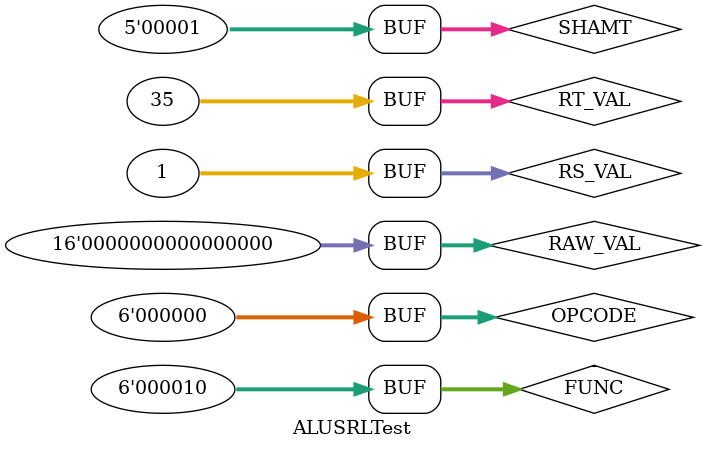
<source format=v>
`timescale 1ns / 1ps


module ALUSRLTest;

	// Inputs
	reg [5:0] OPCODE;
	reg [31:0] RS_VAL;
	reg [31:0] RT_VAL;
	reg [4:0] SHAMT;
	reg [5:0] FUNC;
	reg [15:0] RAW_VAL;

	// Outputs
	wire [31:0] RESULT;
	wire SIG_B;

	// Instantiate the Unit Under Test (UUT)
	ALU uut (
		.RESULT(RESULT), 
		.SIG_B(SIG_B), 
		.OPCODE(OPCODE), 
		.RS_VAL(RS_VAL), 
		.RT_VAL(RT_VAL), 
		.SHAMT(SHAMT), 
		.FUNC(FUNC), 
		.RAW_VAL(RAW_VAL)
	);

	initial begin
		// Initialize Inputs
		OPCODE = 0;
		RS_VAL = 0;
		RT_VAL = 0;
		SHAMT = 0;
		FUNC = 0;
		RAW_VAL = 0;

		// Wait 100 ns for global reset to finish
		#100;
        
		OPCODE = 6'b000000;
        RS_VAL = 15;
        RT_VAL = 12;
        SHAMT = 1;
        FUNC = 6'b000010;
        RAW_VAL = 0;
        #100;

        OPCODE = 6'b000000;
        RS_VAL = 23;
        RT_VAL = 22;
        SHAMT = 1;
        FUNC = 6'b000010;
        RAW_VAL = 0;
        #100;

        OPCODE = 6'b000000;
        RS_VAL = 1;
        RT_VAL = 35;
        SHAMT = 1;
        FUNC = 6'b000010;
        RAW_VAL = 0;
        #100;

	end
      
endmodule


</source>
